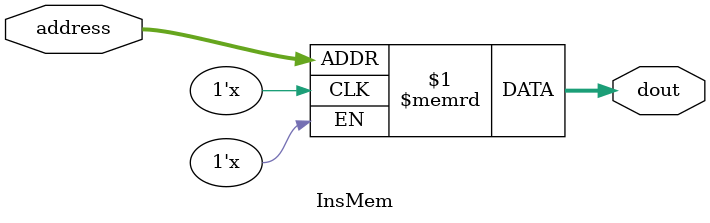
<source format=v>
module InsMem(address, dout);
    input[6:0] address;
    output[31:0] dout;//data output

    reg [31:0] insMem [127:0];//instruction memory(with 128 32bit cells)

    assign dout = insMem[address];
    
endmodule // InsMem
</source>
